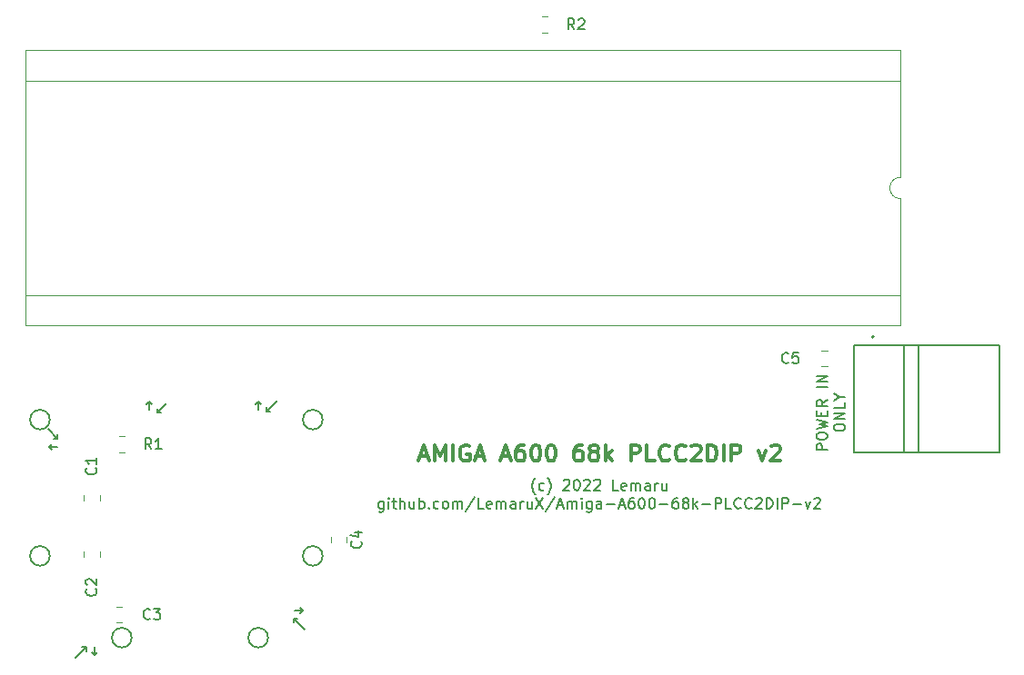
<source format=gto>
G04 #@! TF.GenerationSoftware,KiCad,Pcbnew,(5.1.12)-1*
G04 #@! TF.CreationDate,2022-03-01T21:27:41+00:00*
G04 #@! TF.ProjectId,A600_68k_PLCC_to_DIP64_v2,41363030-5f36-4386-9b5f-504c43435f74,B*
G04 #@! TF.SameCoordinates,Original*
G04 #@! TF.FileFunction,Legend,Top*
G04 #@! TF.FilePolarity,Positive*
%FSLAX46Y46*%
G04 Gerber Fmt 4.6, Leading zero omitted, Abs format (unit mm)*
G04 Created by KiCad (PCBNEW (5.1.12)-1) date 2022-03-01 21:27:41*
%MOMM*%
%LPD*%
G01*
G04 APERTURE LIST*
%ADD10C,0.150000*%
%ADD11C,0.300000*%
%ADD12C,0.200000*%
%ADD13C,0.120000*%
%ADD14C,0.127000*%
%ADD15C,1.422400*%
%ADD16R,1.422400X1.422400*%
%ADD17C,0.700000*%
%ADD18C,4.000000*%
%ADD19C,1.408000*%
%ADD20R,1.408000X1.408000*%
G04 APERTURE END LIST*
D10*
X190127380Y-117117380D02*
X189127380Y-117117380D01*
X189127380Y-116736428D01*
X189175000Y-116641190D01*
X189222619Y-116593571D01*
X189317857Y-116545952D01*
X189460714Y-116545952D01*
X189555952Y-116593571D01*
X189603571Y-116641190D01*
X189651190Y-116736428D01*
X189651190Y-117117380D01*
X189127380Y-115926904D02*
X189127380Y-115736428D01*
X189175000Y-115641190D01*
X189270238Y-115545952D01*
X189460714Y-115498333D01*
X189794047Y-115498333D01*
X189984523Y-115545952D01*
X190079761Y-115641190D01*
X190127380Y-115736428D01*
X190127380Y-115926904D01*
X190079761Y-116022142D01*
X189984523Y-116117380D01*
X189794047Y-116165000D01*
X189460714Y-116165000D01*
X189270238Y-116117380D01*
X189175000Y-116022142D01*
X189127380Y-115926904D01*
X189127380Y-115165000D02*
X190127380Y-114926904D01*
X189413095Y-114736428D01*
X190127380Y-114545952D01*
X189127380Y-114307857D01*
X189603571Y-113926904D02*
X189603571Y-113593571D01*
X190127380Y-113450714D02*
X190127380Y-113926904D01*
X189127380Y-113926904D01*
X189127380Y-113450714D01*
X190127380Y-112450714D02*
X189651190Y-112784047D01*
X190127380Y-113022142D02*
X189127380Y-113022142D01*
X189127380Y-112641190D01*
X189175000Y-112545952D01*
X189222619Y-112498333D01*
X189317857Y-112450714D01*
X189460714Y-112450714D01*
X189555952Y-112498333D01*
X189603571Y-112545952D01*
X189651190Y-112641190D01*
X189651190Y-113022142D01*
X190127380Y-111260238D02*
X189127380Y-111260238D01*
X190127380Y-110784047D02*
X189127380Y-110784047D01*
X190127380Y-110212619D01*
X189127380Y-110212619D01*
X190777380Y-115117380D02*
X190777380Y-114926904D01*
X190825000Y-114831666D01*
X190920238Y-114736428D01*
X191110714Y-114688809D01*
X191444047Y-114688809D01*
X191634523Y-114736428D01*
X191729761Y-114831666D01*
X191777380Y-114926904D01*
X191777380Y-115117380D01*
X191729761Y-115212619D01*
X191634523Y-115307857D01*
X191444047Y-115355476D01*
X191110714Y-115355476D01*
X190920238Y-115307857D01*
X190825000Y-115212619D01*
X190777380Y-115117380D01*
X191777380Y-114260238D02*
X190777380Y-114260238D01*
X191777380Y-113688809D01*
X190777380Y-113688809D01*
X191777380Y-112736428D02*
X191777380Y-113212619D01*
X190777380Y-113212619D01*
X191301190Y-112212619D02*
X191777380Y-112212619D01*
X190777380Y-112545952D02*
X191301190Y-112212619D01*
X190777380Y-111879285D01*
D11*
X152213185Y-117725000D02*
X152927471Y-117725000D01*
X152070328Y-118153571D02*
X152570328Y-116653571D01*
X153070328Y-118153571D01*
X153570328Y-118153571D02*
X153570328Y-116653571D01*
X154070328Y-117725000D01*
X154570328Y-116653571D01*
X154570328Y-118153571D01*
X155284614Y-118153571D02*
X155284614Y-116653571D01*
X156784614Y-116725000D02*
X156641757Y-116653571D01*
X156427471Y-116653571D01*
X156213185Y-116725000D01*
X156070328Y-116867857D01*
X155998900Y-117010714D01*
X155927471Y-117296428D01*
X155927471Y-117510714D01*
X155998900Y-117796428D01*
X156070328Y-117939285D01*
X156213185Y-118082142D01*
X156427471Y-118153571D01*
X156570328Y-118153571D01*
X156784614Y-118082142D01*
X156856042Y-118010714D01*
X156856042Y-117510714D01*
X156570328Y-117510714D01*
X157427471Y-117725000D02*
X158141757Y-117725000D01*
X157284614Y-118153571D02*
X157784614Y-116653571D01*
X158284614Y-118153571D01*
X159856042Y-117725000D02*
X160570328Y-117725000D01*
X159713185Y-118153571D02*
X160213185Y-116653571D01*
X160713185Y-118153571D01*
X161856042Y-116653571D02*
X161570328Y-116653571D01*
X161427471Y-116725000D01*
X161356042Y-116796428D01*
X161213185Y-117010714D01*
X161141757Y-117296428D01*
X161141757Y-117867857D01*
X161213185Y-118010714D01*
X161284614Y-118082142D01*
X161427471Y-118153571D01*
X161713185Y-118153571D01*
X161856042Y-118082142D01*
X161927471Y-118010714D01*
X161998900Y-117867857D01*
X161998900Y-117510714D01*
X161927471Y-117367857D01*
X161856042Y-117296428D01*
X161713185Y-117225000D01*
X161427471Y-117225000D01*
X161284614Y-117296428D01*
X161213185Y-117367857D01*
X161141757Y-117510714D01*
X162927471Y-116653571D02*
X163070328Y-116653571D01*
X163213185Y-116725000D01*
X163284614Y-116796428D01*
X163356042Y-116939285D01*
X163427471Y-117225000D01*
X163427471Y-117582142D01*
X163356042Y-117867857D01*
X163284614Y-118010714D01*
X163213185Y-118082142D01*
X163070328Y-118153571D01*
X162927471Y-118153571D01*
X162784614Y-118082142D01*
X162713185Y-118010714D01*
X162641757Y-117867857D01*
X162570328Y-117582142D01*
X162570328Y-117225000D01*
X162641757Y-116939285D01*
X162713185Y-116796428D01*
X162784614Y-116725000D01*
X162927471Y-116653571D01*
X164356042Y-116653571D02*
X164498900Y-116653571D01*
X164641757Y-116725000D01*
X164713185Y-116796428D01*
X164784614Y-116939285D01*
X164856042Y-117225000D01*
X164856042Y-117582142D01*
X164784614Y-117867857D01*
X164713185Y-118010714D01*
X164641757Y-118082142D01*
X164498900Y-118153571D01*
X164356042Y-118153571D01*
X164213185Y-118082142D01*
X164141757Y-118010714D01*
X164070328Y-117867857D01*
X163998900Y-117582142D01*
X163998900Y-117225000D01*
X164070328Y-116939285D01*
X164141757Y-116796428D01*
X164213185Y-116725000D01*
X164356042Y-116653571D01*
X167284614Y-116653571D02*
X166998900Y-116653571D01*
X166856042Y-116725000D01*
X166784614Y-116796428D01*
X166641757Y-117010714D01*
X166570328Y-117296428D01*
X166570328Y-117867857D01*
X166641757Y-118010714D01*
X166713185Y-118082142D01*
X166856042Y-118153571D01*
X167141757Y-118153571D01*
X167284614Y-118082142D01*
X167356042Y-118010714D01*
X167427471Y-117867857D01*
X167427471Y-117510714D01*
X167356042Y-117367857D01*
X167284614Y-117296428D01*
X167141757Y-117225000D01*
X166856042Y-117225000D01*
X166713185Y-117296428D01*
X166641757Y-117367857D01*
X166570328Y-117510714D01*
X168284614Y-117296428D02*
X168141757Y-117225000D01*
X168070328Y-117153571D01*
X167998900Y-117010714D01*
X167998900Y-116939285D01*
X168070328Y-116796428D01*
X168141757Y-116725000D01*
X168284614Y-116653571D01*
X168570328Y-116653571D01*
X168713185Y-116725000D01*
X168784614Y-116796428D01*
X168856042Y-116939285D01*
X168856042Y-117010714D01*
X168784614Y-117153571D01*
X168713185Y-117225000D01*
X168570328Y-117296428D01*
X168284614Y-117296428D01*
X168141757Y-117367857D01*
X168070328Y-117439285D01*
X167998900Y-117582142D01*
X167998900Y-117867857D01*
X168070328Y-118010714D01*
X168141757Y-118082142D01*
X168284614Y-118153571D01*
X168570328Y-118153571D01*
X168713185Y-118082142D01*
X168784614Y-118010714D01*
X168856042Y-117867857D01*
X168856042Y-117582142D01*
X168784614Y-117439285D01*
X168713185Y-117367857D01*
X168570328Y-117296428D01*
X169498900Y-118153571D02*
X169498900Y-116653571D01*
X169641757Y-117582142D02*
X170070328Y-118153571D01*
X170070328Y-117153571D02*
X169498900Y-117725000D01*
X171856042Y-118153571D02*
X171856042Y-116653571D01*
X172427471Y-116653571D01*
X172570328Y-116725000D01*
X172641757Y-116796428D01*
X172713185Y-116939285D01*
X172713185Y-117153571D01*
X172641757Y-117296428D01*
X172570328Y-117367857D01*
X172427471Y-117439285D01*
X171856042Y-117439285D01*
X174070328Y-118153571D02*
X173356042Y-118153571D01*
X173356042Y-116653571D01*
X175427471Y-118010714D02*
X175356042Y-118082142D01*
X175141757Y-118153571D01*
X174998900Y-118153571D01*
X174784614Y-118082142D01*
X174641757Y-117939285D01*
X174570328Y-117796428D01*
X174498900Y-117510714D01*
X174498900Y-117296428D01*
X174570328Y-117010714D01*
X174641757Y-116867857D01*
X174784614Y-116725000D01*
X174998900Y-116653571D01*
X175141757Y-116653571D01*
X175356042Y-116725000D01*
X175427471Y-116796428D01*
X176927471Y-118010714D02*
X176856042Y-118082142D01*
X176641757Y-118153571D01*
X176498900Y-118153571D01*
X176284614Y-118082142D01*
X176141757Y-117939285D01*
X176070328Y-117796428D01*
X175998900Y-117510714D01*
X175998900Y-117296428D01*
X176070328Y-117010714D01*
X176141757Y-116867857D01*
X176284614Y-116725000D01*
X176498900Y-116653571D01*
X176641757Y-116653571D01*
X176856042Y-116725000D01*
X176927471Y-116796428D01*
X177498900Y-116796428D02*
X177570328Y-116725000D01*
X177713185Y-116653571D01*
X178070328Y-116653571D01*
X178213185Y-116725000D01*
X178284614Y-116796428D01*
X178356042Y-116939285D01*
X178356042Y-117082142D01*
X178284614Y-117296428D01*
X177427471Y-118153571D01*
X178356042Y-118153571D01*
X178998900Y-118153571D02*
X178998900Y-116653571D01*
X179356042Y-116653571D01*
X179570328Y-116725000D01*
X179713185Y-116867857D01*
X179784614Y-117010714D01*
X179856042Y-117296428D01*
X179856042Y-117510714D01*
X179784614Y-117796428D01*
X179713185Y-117939285D01*
X179570328Y-118082142D01*
X179356042Y-118153571D01*
X178998900Y-118153571D01*
X180498900Y-118153571D02*
X180498900Y-116653571D01*
X181213185Y-118153571D02*
X181213185Y-116653571D01*
X181784614Y-116653571D01*
X181927471Y-116725000D01*
X181998900Y-116796428D01*
X182070328Y-116939285D01*
X182070328Y-117153571D01*
X181998900Y-117296428D01*
X181927471Y-117367857D01*
X181784614Y-117439285D01*
X181213185Y-117439285D01*
X183713185Y-117153571D02*
X184070328Y-118153571D01*
X184427471Y-117153571D01*
X184927471Y-116796428D02*
X184998900Y-116725000D01*
X185141757Y-116653571D01*
X185498900Y-116653571D01*
X185641757Y-116725000D01*
X185713185Y-116796428D01*
X185784614Y-116939285D01*
X185784614Y-117082142D01*
X185713185Y-117296428D01*
X184856042Y-118153571D01*
X185784614Y-118153571D01*
D12*
X162957619Y-121268333D02*
X162910000Y-121220714D01*
X162814761Y-121077857D01*
X162767142Y-120982619D01*
X162719523Y-120839761D01*
X162671904Y-120601666D01*
X162671904Y-120411190D01*
X162719523Y-120173095D01*
X162767142Y-120030238D01*
X162814761Y-119935000D01*
X162910000Y-119792142D01*
X162957619Y-119744523D01*
X163767142Y-120839761D02*
X163671904Y-120887380D01*
X163481428Y-120887380D01*
X163386190Y-120839761D01*
X163338571Y-120792142D01*
X163290952Y-120696904D01*
X163290952Y-120411190D01*
X163338571Y-120315952D01*
X163386190Y-120268333D01*
X163481428Y-120220714D01*
X163671904Y-120220714D01*
X163767142Y-120268333D01*
X164100476Y-121268333D02*
X164148095Y-121220714D01*
X164243333Y-121077857D01*
X164290952Y-120982619D01*
X164338571Y-120839761D01*
X164386190Y-120601666D01*
X164386190Y-120411190D01*
X164338571Y-120173095D01*
X164290952Y-120030238D01*
X164243333Y-119935000D01*
X164148095Y-119792142D01*
X164100476Y-119744523D01*
X165576666Y-119982619D02*
X165624285Y-119935000D01*
X165719523Y-119887380D01*
X165957619Y-119887380D01*
X166052857Y-119935000D01*
X166100476Y-119982619D01*
X166148095Y-120077857D01*
X166148095Y-120173095D01*
X166100476Y-120315952D01*
X165529047Y-120887380D01*
X166148095Y-120887380D01*
X166767142Y-119887380D02*
X166862380Y-119887380D01*
X166957619Y-119935000D01*
X167005238Y-119982619D01*
X167052857Y-120077857D01*
X167100476Y-120268333D01*
X167100476Y-120506428D01*
X167052857Y-120696904D01*
X167005238Y-120792142D01*
X166957619Y-120839761D01*
X166862380Y-120887380D01*
X166767142Y-120887380D01*
X166671904Y-120839761D01*
X166624285Y-120792142D01*
X166576666Y-120696904D01*
X166529047Y-120506428D01*
X166529047Y-120268333D01*
X166576666Y-120077857D01*
X166624285Y-119982619D01*
X166671904Y-119935000D01*
X166767142Y-119887380D01*
X167481428Y-119982619D02*
X167529047Y-119935000D01*
X167624285Y-119887380D01*
X167862380Y-119887380D01*
X167957619Y-119935000D01*
X168005238Y-119982619D01*
X168052857Y-120077857D01*
X168052857Y-120173095D01*
X168005238Y-120315952D01*
X167433809Y-120887380D01*
X168052857Y-120887380D01*
X168433809Y-119982619D02*
X168481428Y-119935000D01*
X168576666Y-119887380D01*
X168814761Y-119887380D01*
X168910000Y-119935000D01*
X168957619Y-119982619D01*
X169005238Y-120077857D01*
X169005238Y-120173095D01*
X168957619Y-120315952D01*
X168386190Y-120887380D01*
X169005238Y-120887380D01*
X170671904Y-120887380D02*
X170195714Y-120887380D01*
X170195714Y-119887380D01*
X171386190Y-120839761D02*
X171290952Y-120887380D01*
X171100476Y-120887380D01*
X171005238Y-120839761D01*
X170957619Y-120744523D01*
X170957619Y-120363571D01*
X171005238Y-120268333D01*
X171100476Y-120220714D01*
X171290952Y-120220714D01*
X171386190Y-120268333D01*
X171433809Y-120363571D01*
X171433809Y-120458809D01*
X170957619Y-120554047D01*
X171862380Y-120887380D02*
X171862380Y-120220714D01*
X171862380Y-120315952D02*
X171910000Y-120268333D01*
X172005238Y-120220714D01*
X172148095Y-120220714D01*
X172243333Y-120268333D01*
X172290952Y-120363571D01*
X172290952Y-120887380D01*
X172290952Y-120363571D02*
X172338571Y-120268333D01*
X172433809Y-120220714D01*
X172576666Y-120220714D01*
X172671904Y-120268333D01*
X172719523Y-120363571D01*
X172719523Y-120887380D01*
X173624285Y-120887380D02*
X173624285Y-120363571D01*
X173576666Y-120268333D01*
X173481428Y-120220714D01*
X173290952Y-120220714D01*
X173195714Y-120268333D01*
X173624285Y-120839761D02*
X173529047Y-120887380D01*
X173290952Y-120887380D01*
X173195714Y-120839761D01*
X173148095Y-120744523D01*
X173148095Y-120649285D01*
X173195714Y-120554047D01*
X173290952Y-120506428D01*
X173529047Y-120506428D01*
X173624285Y-120458809D01*
X174100476Y-120887380D02*
X174100476Y-120220714D01*
X174100476Y-120411190D02*
X174148095Y-120315952D01*
X174195714Y-120268333D01*
X174290952Y-120220714D01*
X174386190Y-120220714D01*
X175148095Y-120220714D02*
X175148095Y-120887380D01*
X174719523Y-120220714D02*
X174719523Y-120744523D01*
X174767142Y-120839761D01*
X174862380Y-120887380D01*
X175005238Y-120887380D01*
X175100476Y-120839761D01*
X175148095Y-120792142D01*
X148814761Y-121920714D02*
X148814761Y-122730238D01*
X148767142Y-122825476D01*
X148719523Y-122873095D01*
X148624285Y-122920714D01*
X148481428Y-122920714D01*
X148386190Y-122873095D01*
X148814761Y-122539761D02*
X148719523Y-122587380D01*
X148529047Y-122587380D01*
X148433809Y-122539761D01*
X148386190Y-122492142D01*
X148338571Y-122396904D01*
X148338571Y-122111190D01*
X148386190Y-122015952D01*
X148433809Y-121968333D01*
X148529047Y-121920714D01*
X148719523Y-121920714D01*
X148814761Y-121968333D01*
X149290952Y-122587380D02*
X149290952Y-121920714D01*
X149290952Y-121587380D02*
X149243333Y-121635000D01*
X149290952Y-121682619D01*
X149338571Y-121635000D01*
X149290952Y-121587380D01*
X149290952Y-121682619D01*
X149624285Y-121920714D02*
X150005238Y-121920714D01*
X149767142Y-121587380D02*
X149767142Y-122444523D01*
X149814761Y-122539761D01*
X149910000Y-122587380D01*
X150005238Y-122587380D01*
X150338571Y-122587380D02*
X150338571Y-121587380D01*
X150767142Y-122587380D02*
X150767142Y-122063571D01*
X150719523Y-121968333D01*
X150624285Y-121920714D01*
X150481428Y-121920714D01*
X150386190Y-121968333D01*
X150338571Y-122015952D01*
X151671904Y-121920714D02*
X151671904Y-122587380D01*
X151243333Y-121920714D02*
X151243333Y-122444523D01*
X151290952Y-122539761D01*
X151386190Y-122587380D01*
X151529047Y-122587380D01*
X151624285Y-122539761D01*
X151671904Y-122492142D01*
X152148095Y-122587380D02*
X152148095Y-121587380D01*
X152148095Y-121968333D02*
X152243333Y-121920714D01*
X152433809Y-121920714D01*
X152529047Y-121968333D01*
X152576666Y-122015952D01*
X152624285Y-122111190D01*
X152624285Y-122396904D01*
X152576666Y-122492142D01*
X152529047Y-122539761D01*
X152433809Y-122587380D01*
X152243333Y-122587380D01*
X152148095Y-122539761D01*
X153052857Y-122492142D02*
X153100476Y-122539761D01*
X153052857Y-122587380D01*
X153005238Y-122539761D01*
X153052857Y-122492142D01*
X153052857Y-122587380D01*
X153957619Y-122539761D02*
X153862380Y-122587380D01*
X153671904Y-122587380D01*
X153576666Y-122539761D01*
X153529047Y-122492142D01*
X153481428Y-122396904D01*
X153481428Y-122111190D01*
X153529047Y-122015952D01*
X153576666Y-121968333D01*
X153671904Y-121920714D01*
X153862380Y-121920714D01*
X153957619Y-121968333D01*
X154529047Y-122587380D02*
X154433809Y-122539761D01*
X154386190Y-122492142D01*
X154338571Y-122396904D01*
X154338571Y-122111190D01*
X154386190Y-122015952D01*
X154433809Y-121968333D01*
X154529047Y-121920714D01*
X154671904Y-121920714D01*
X154767142Y-121968333D01*
X154814761Y-122015952D01*
X154862380Y-122111190D01*
X154862380Y-122396904D01*
X154814761Y-122492142D01*
X154767142Y-122539761D01*
X154671904Y-122587380D01*
X154529047Y-122587380D01*
X155290952Y-122587380D02*
X155290952Y-121920714D01*
X155290952Y-122015952D02*
X155338571Y-121968333D01*
X155433809Y-121920714D01*
X155576666Y-121920714D01*
X155671904Y-121968333D01*
X155719523Y-122063571D01*
X155719523Y-122587380D01*
X155719523Y-122063571D02*
X155767142Y-121968333D01*
X155862380Y-121920714D01*
X156005238Y-121920714D01*
X156100476Y-121968333D01*
X156148095Y-122063571D01*
X156148095Y-122587380D01*
X157338571Y-121539761D02*
X156481428Y-122825476D01*
X158148095Y-122587380D02*
X157671904Y-122587380D01*
X157671904Y-121587380D01*
X158862380Y-122539761D02*
X158767142Y-122587380D01*
X158576666Y-122587380D01*
X158481428Y-122539761D01*
X158433809Y-122444523D01*
X158433809Y-122063571D01*
X158481428Y-121968333D01*
X158576666Y-121920714D01*
X158767142Y-121920714D01*
X158862380Y-121968333D01*
X158910000Y-122063571D01*
X158910000Y-122158809D01*
X158433809Y-122254047D01*
X159338571Y-122587380D02*
X159338571Y-121920714D01*
X159338571Y-122015952D02*
X159386190Y-121968333D01*
X159481428Y-121920714D01*
X159624285Y-121920714D01*
X159719523Y-121968333D01*
X159767142Y-122063571D01*
X159767142Y-122587380D01*
X159767142Y-122063571D02*
X159814761Y-121968333D01*
X159910000Y-121920714D01*
X160052857Y-121920714D01*
X160148095Y-121968333D01*
X160195714Y-122063571D01*
X160195714Y-122587380D01*
X161100476Y-122587380D02*
X161100476Y-122063571D01*
X161052857Y-121968333D01*
X160957619Y-121920714D01*
X160767142Y-121920714D01*
X160671904Y-121968333D01*
X161100476Y-122539761D02*
X161005238Y-122587380D01*
X160767142Y-122587380D01*
X160671904Y-122539761D01*
X160624285Y-122444523D01*
X160624285Y-122349285D01*
X160671904Y-122254047D01*
X160767142Y-122206428D01*
X161005238Y-122206428D01*
X161100476Y-122158809D01*
X161576666Y-122587380D02*
X161576666Y-121920714D01*
X161576666Y-122111190D02*
X161624285Y-122015952D01*
X161671904Y-121968333D01*
X161767142Y-121920714D01*
X161862380Y-121920714D01*
X162624285Y-121920714D02*
X162624285Y-122587380D01*
X162195714Y-121920714D02*
X162195714Y-122444523D01*
X162243333Y-122539761D01*
X162338571Y-122587380D01*
X162481428Y-122587380D01*
X162576666Y-122539761D01*
X162624285Y-122492142D01*
X163005238Y-121587380D02*
X163671904Y-122587380D01*
X163671904Y-121587380D02*
X163005238Y-122587380D01*
X164767142Y-121539761D02*
X163910000Y-122825476D01*
X165052857Y-122301666D02*
X165529047Y-122301666D01*
X164957619Y-122587380D02*
X165290952Y-121587380D01*
X165624285Y-122587380D01*
X165957619Y-122587380D02*
X165957619Y-121920714D01*
X165957619Y-122015952D02*
X166005238Y-121968333D01*
X166100476Y-121920714D01*
X166243333Y-121920714D01*
X166338571Y-121968333D01*
X166386190Y-122063571D01*
X166386190Y-122587380D01*
X166386190Y-122063571D02*
X166433809Y-121968333D01*
X166529047Y-121920714D01*
X166671904Y-121920714D01*
X166767142Y-121968333D01*
X166814761Y-122063571D01*
X166814761Y-122587380D01*
X167290952Y-122587380D02*
X167290952Y-121920714D01*
X167290952Y-121587380D02*
X167243333Y-121635000D01*
X167290952Y-121682619D01*
X167338571Y-121635000D01*
X167290952Y-121587380D01*
X167290952Y-121682619D01*
X168195714Y-121920714D02*
X168195714Y-122730238D01*
X168148095Y-122825476D01*
X168100476Y-122873095D01*
X168005238Y-122920714D01*
X167862380Y-122920714D01*
X167767142Y-122873095D01*
X168195714Y-122539761D02*
X168100476Y-122587380D01*
X167910000Y-122587380D01*
X167814761Y-122539761D01*
X167767142Y-122492142D01*
X167719523Y-122396904D01*
X167719523Y-122111190D01*
X167767142Y-122015952D01*
X167814761Y-121968333D01*
X167910000Y-121920714D01*
X168100476Y-121920714D01*
X168195714Y-121968333D01*
X169100476Y-122587380D02*
X169100476Y-122063571D01*
X169052857Y-121968333D01*
X168957619Y-121920714D01*
X168767142Y-121920714D01*
X168671904Y-121968333D01*
X169100476Y-122539761D02*
X169005238Y-122587380D01*
X168767142Y-122587380D01*
X168671904Y-122539761D01*
X168624285Y-122444523D01*
X168624285Y-122349285D01*
X168671904Y-122254047D01*
X168767142Y-122206428D01*
X169005238Y-122206428D01*
X169100476Y-122158809D01*
X169576666Y-122206428D02*
X170338571Y-122206428D01*
X170767142Y-122301666D02*
X171243333Y-122301666D01*
X170671904Y-122587380D02*
X171005238Y-121587380D01*
X171338571Y-122587380D01*
X172100476Y-121587380D02*
X171910000Y-121587380D01*
X171814761Y-121635000D01*
X171767142Y-121682619D01*
X171671904Y-121825476D01*
X171624285Y-122015952D01*
X171624285Y-122396904D01*
X171671904Y-122492142D01*
X171719523Y-122539761D01*
X171814761Y-122587380D01*
X172005238Y-122587380D01*
X172100476Y-122539761D01*
X172148095Y-122492142D01*
X172195714Y-122396904D01*
X172195714Y-122158809D01*
X172148095Y-122063571D01*
X172100476Y-122015952D01*
X172005238Y-121968333D01*
X171814761Y-121968333D01*
X171719523Y-122015952D01*
X171671904Y-122063571D01*
X171624285Y-122158809D01*
X172814761Y-121587380D02*
X172910000Y-121587380D01*
X173005238Y-121635000D01*
X173052857Y-121682619D01*
X173100476Y-121777857D01*
X173148095Y-121968333D01*
X173148095Y-122206428D01*
X173100476Y-122396904D01*
X173052857Y-122492142D01*
X173005238Y-122539761D01*
X172910000Y-122587380D01*
X172814761Y-122587380D01*
X172719523Y-122539761D01*
X172671904Y-122492142D01*
X172624285Y-122396904D01*
X172576666Y-122206428D01*
X172576666Y-121968333D01*
X172624285Y-121777857D01*
X172671904Y-121682619D01*
X172719523Y-121635000D01*
X172814761Y-121587380D01*
X173767142Y-121587380D02*
X173862380Y-121587380D01*
X173957619Y-121635000D01*
X174005238Y-121682619D01*
X174052857Y-121777857D01*
X174100476Y-121968333D01*
X174100476Y-122206428D01*
X174052857Y-122396904D01*
X174005238Y-122492142D01*
X173957619Y-122539761D01*
X173862380Y-122587380D01*
X173767142Y-122587380D01*
X173671904Y-122539761D01*
X173624285Y-122492142D01*
X173576666Y-122396904D01*
X173529047Y-122206428D01*
X173529047Y-121968333D01*
X173576666Y-121777857D01*
X173624285Y-121682619D01*
X173671904Y-121635000D01*
X173767142Y-121587380D01*
X174529047Y-122206428D02*
X175290952Y-122206428D01*
X176195714Y-121587380D02*
X176005238Y-121587380D01*
X175910000Y-121635000D01*
X175862380Y-121682619D01*
X175767142Y-121825476D01*
X175719523Y-122015952D01*
X175719523Y-122396904D01*
X175767142Y-122492142D01*
X175814761Y-122539761D01*
X175910000Y-122587380D01*
X176100476Y-122587380D01*
X176195714Y-122539761D01*
X176243333Y-122492142D01*
X176290952Y-122396904D01*
X176290952Y-122158809D01*
X176243333Y-122063571D01*
X176195714Y-122015952D01*
X176100476Y-121968333D01*
X175910000Y-121968333D01*
X175814761Y-122015952D01*
X175767142Y-122063571D01*
X175719523Y-122158809D01*
X176862380Y-122015952D02*
X176767142Y-121968333D01*
X176719523Y-121920714D01*
X176671904Y-121825476D01*
X176671904Y-121777857D01*
X176719523Y-121682619D01*
X176767142Y-121635000D01*
X176862380Y-121587380D01*
X177052857Y-121587380D01*
X177148095Y-121635000D01*
X177195714Y-121682619D01*
X177243333Y-121777857D01*
X177243333Y-121825476D01*
X177195714Y-121920714D01*
X177148095Y-121968333D01*
X177052857Y-122015952D01*
X176862380Y-122015952D01*
X176767142Y-122063571D01*
X176719523Y-122111190D01*
X176671904Y-122206428D01*
X176671904Y-122396904D01*
X176719523Y-122492142D01*
X176767142Y-122539761D01*
X176862380Y-122587380D01*
X177052857Y-122587380D01*
X177148095Y-122539761D01*
X177195714Y-122492142D01*
X177243333Y-122396904D01*
X177243333Y-122206428D01*
X177195714Y-122111190D01*
X177148095Y-122063571D01*
X177052857Y-122015952D01*
X177671904Y-122587380D02*
X177671904Y-121587380D01*
X177767142Y-122206428D02*
X178052857Y-122587380D01*
X178052857Y-121920714D02*
X177671904Y-122301666D01*
X178481428Y-122206428D02*
X179243333Y-122206428D01*
X179719523Y-122587380D02*
X179719523Y-121587380D01*
X180100476Y-121587380D01*
X180195714Y-121635000D01*
X180243333Y-121682619D01*
X180290952Y-121777857D01*
X180290952Y-121920714D01*
X180243333Y-122015952D01*
X180195714Y-122063571D01*
X180100476Y-122111190D01*
X179719523Y-122111190D01*
X181195714Y-122587380D02*
X180719523Y-122587380D01*
X180719523Y-121587380D01*
X182100476Y-122492142D02*
X182052857Y-122539761D01*
X181910000Y-122587380D01*
X181814761Y-122587380D01*
X181671904Y-122539761D01*
X181576666Y-122444523D01*
X181529047Y-122349285D01*
X181481428Y-122158809D01*
X181481428Y-122015952D01*
X181529047Y-121825476D01*
X181576666Y-121730238D01*
X181671904Y-121635000D01*
X181814761Y-121587380D01*
X181910000Y-121587380D01*
X182052857Y-121635000D01*
X182100476Y-121682619D01*
X183100476Y-122492142D02*
X183052857Y-122539761D01*
X182910000Y-122587380D01*
X182814761Y-122587380D01*
X182671904Y-122539761D01*
X182576666Y-122444523D01*
X182529047Y-122349285D01*
X182481428Y-122158809D01*
X182481428Y-122015952D01*
X182529047Y-121825476D01*
X182576666Y-121730238D01*
X182671904Y-121635000D01*
X182814761Y-121587380D01*
X182910000Y-121587380D01*
X183052857Y-121635000D01*
X183100476Y-121682619D01*
X183481428Y-121682619D02*
X183529047Y-121635000D01*
X183624285Y-121587380D01*
X183862380Y-121587380D01*
X183957619Y-121635000D01*
X184005238Y-121682619D01*
X184052857Y-121777857D01*
X184052857Y-121873095D01*
X184005238Y-122015952D01*
X183433809Y-122587380D01*
X184052857Y-122587380D01*
X184481428Y-122587380D02*
X184481428Y-121587380D01*
X184719523Y-121587380D01*
X184862380Y-121635000D01*
X184957619Y-121730238D01*
X185005238Y-121825476D01*
X185052857Y-122015952D01*
X185052857Y-122158809D01*
X185005238Y-122349285D01*
X184957619Y-122444523D01*
X184862380Y-122539761D01*
X184719523Y-122587380D01*
X184481428Y-122587380D01*
X185481428Y-122587380D02*
X185481428Y-121587380D01*
X185957619Y-122587380D02*
X185957619Y-121587380D01*
X186338571Y-121587380D01*
X186433809Y-121635000D01*
X186481428Y-121682619D01*
X186529047Y-121777857D01*
X186529047Y-121920714D01*
X186481428Y-122015952D01*
X186433809Y-122063571D01*
X186338571Y-122111190D01*
X185957619Y-122111190D01*
X186957619Y-122206428D02*
X187719523Y-122206428D01*
X188100476Y-121920714D02*
X188338571Y-122587380D01*
X188576666Y-121920714D01*
X188910000Y-121682619D02*
X188957619Y-121635000D01*
X189052857Y-121587380D01*
X189290952Y-121587380D01*
X189386190Y-121635000D01*
X189433809Y-121682619D01*
X189481428Y-121777857D01*
X189481428Y-121873095D01*
X189433809Y-122015952D01*
X188862380Y-122587380D01*
X189481428Y-122587380D01*
D10*
X143155810Y-114300000D02*
G75*
G03*
X143155810Y-114300000I-915810J0D01*
G01*
X143155810Y-127000000D02*
G75*
G03*
X143155810Y-127000000I-915810J0D01*
G01*
X138075810Y-134620000D02*
G75*
G03*
X138075810Y-134620000I-915810J0D01*
G01*
X125375810Y-134620000D02*
G75*
G03*
X125375810Y-134620000I-915810J0D01*
G01*
X117755810Y-127000000D02*
G75*
G03*
X117755810Y-127000000I-915810J0D01*
G01*
X117755810Y-114300000D02*
G75*
G03*
X117755810Y-114300000I-915810J0D01*
G01*
X121920000Y-135509000D02*
X121920000Y-136144000D01*
X121920000Y-136271000D02*
X121666000Y-136017000D01*
X122174000Y-136017000D02*
X121920000Y-136271000D01*
X128651000Y-112776000D02*
X127762000Y-113665000D01*
X127762000Y-113665000D02*
X127762000Y-113284000D01*
X128143000Y-113665000D02*
X127762000Y-113665000D01*
X127000000Y-113411000D02*
X127000000Y-112649000D01*
X127000000Y-112649000D02*
X126746000Y-112903000D01*
X127254000Y-112903000D02*
X127000000Y-112649000D01*
X117602000Y-115189000D02*
X118491000Y-116078000D01*
X118491000Y-116078000D02*
X118491000Y-115697000D01*
X118110000Y-116078000D02*
X118491000Y-116078000D01*
X118491000Y-116840000D02*
X117729000Y-116840000D01*
X117729000Y-116840000D02*
X117983000Y-117094000D01*
X117983000Y-116586000D02*
X117729000Y-116840000D01*
X120142000Y-136525000D02*
X121158000Y-135509000D01*
X121158000Y-135509000D02*
X120777000Y-135509000D01*
X121158000Y-135890000D02*
X121158000Y-135509000D01*
X141478000Y-133858000D02*
X140462000Y-132842000D01*
X140462000Y-132842000D02*
X140462000Y-133223000D01*
X140843000Y-132842000D02*
X140462000Y-132842000D01*
X137922000Y-113538000D02*
X137922000Y-113157000D01*
X138938000Y-112522000D02*
X137922000Y-113538000D01*
X138303000Y-113538000D02*
X137922000Y-113538000D01*
X140589000Y-132080000D02*
X141351000Y-132080000D01*
X141351000Y-132080000D02*
X141097000Y-131826000D01*
X141097000Y-132334000D02*
X141351000Y-132080000D01*
X137414000Y-112903000D02*
X137160000Y-112649000D01*
X137160000Y-113411000D02*
X137160000Y-112649000D01*
X137160000Y-112649000D02*
X136906000Y-112903000D01*
D13*
X196970000Y-91710000D02*
X196970000Y-79890000D01*
X196970000Y-82720000D02*
X115450000Y-82720000D01*
X115450000Y-82720000D02*
X115450000Y-102700000D01*
X115450000Y-102700000D02*
X196970000Y-102700000D01*
X196970000Y-105530000D02*
X196970000Y-93710000D01*
X196970000Y-79890000D02*
X115450000Y-79890000D01*
X115450000Y-79890000D02*
X115450000Y-105530000D01*
X115450000Y-105530000D02*
X196970000Y-105530000D01*
X196970000Y-93710000D02*
G75*
G02*
X196970000Y-91710000I0J1000000D01*
G01*
X122401000Y-121299248D02*
X122401000Y-121821752D01*
X120931000Y-121299248D02*
X120931000Y-121821752D01*
X122401000Y-126611748D02*
X122401000Y-127134252D01*
X120931000Y-126611748D02*
X120931000Y-127134252D01*
X123944748Y-131726000D02*
X124467252Y-131726000D01*
X123944748Y-133196000D02*
X124467252Y-133196000D01*
X145388000Y-125214748D02*
X145388000Y-125737252D01*
X143918000Y-125214748D02*
X143918000Y-125737252D01*
X124232936Y-115851000D02*
X124687064Y-115851000D01*
X124232936Y-117321000D02*
X124687064Y-117321000D01*
X163602936Y-76735000D02*
X164057064Y-76735000D01*
X163602936Y-78205000D02*
X164057064Y-78205000D01*
X190126252Y-109320000D02*
X189603748Y-109320000D01*
X190126252Y-107850000D02*
X189603748Y-107850000D01*
D14*
X192640000Y-107395000D02*
X192640000Y-117395000D01*
X192640000Y-117395000D02*
X197240000Y-117395000D01*
X197240000Y-117395000D02*
X198640000Y-117395000D01*
X198640000Y-117395000D02*
X206140000Y-117395000D01*
X206140000Y-117395000D02*
X206140000Y-107395000D01*
X206140000Y-107395000D02*
X198640000Y-107395000D01*
X198640000Y-107395000D02*
X197240000Y-107395000D01*
X197240000Y-107395000D02*
X192640000Y-107395000D01*
D12*
X194490000Y-106595000D02*
G75*
G03*
X194490000Y-106595000I-100000J0D01*
G01*
D14*
X198640000Y-107395000D02*
X198640000Y-117395000D01*
X197240000Y-107395000D02*
X197240000Y-117395000D01*
D10*
X122023142Y-118806166D02*
X122070761Y-118853785D01*
X122118380Y-118996642D01*
X122118380Y-119091880D01*
X122070761Y-119234738D01*
X121975523Y-119329976D01*
X121880285Y-119377595D01*
X121689809Y-119425214D01*
X121546952Y-119425214D01*
X121356476Y-119377595D01*
X121261238Y-119329976D01*
X121166000Y-119234738D01*
X121118380Y-119091880D01*
X121118380Y-118996642D01*
X121166000Y-118853785D01*
X121213619Y-118806166D01*
X122118380Y-117853785D02*
X122118380Y-118425214D01*
X122118380Y-118139500D02*
X121118380Y-118139500D01*
X121261238Y-118234738D01*
X121356476Y-118329976D01*
X121404095Y-118425214D01*
X122023142Y-130087666D02*
X122070761Y-130135285D01*
X122118380Y-130278142D01*
X122118380Y-130373380D01*
X122070761Y-130516238D01*
X121975523Y-130611476D01*
X121880285Y-130659095D01*
X121689809Y-130706714D01*
X121546952Y-130706714D01*
X121356476Y-130659095D01*
X121261238Y-130611476D01*
X121166000Y-130516238D01*
X121118380Y-130373380D01*
X121118380Y-130278142D01*
X121166000Y-130135285D01*
X121213619Y-130087666D01*
X121213619Y-129706714D02*
X121166000Y-129659095D01*
X121118380Y-129563857D01*
X121118380Y-129325761D01*
X121166000Y-129230523D01*
X121213619Y-129182904D01*
X121308857Y-129135285D01*
X121404095Y-129135285D01*
X121546952Y-129182904D01*
X122118380Y-129754333D01*
X122118380Y-129135285D01*
X127087333Y-132818142D02*
X127039714Y-132865761D01*
X126896857Y-132913380D01*
X126801619Y-132913380D01*
X126658761Y-132865761D01*
X126563523Y-132770523D01*
X126515904Y-132675285D01*
X126468285Y-132484809D01*
X126468285Y-132341952D01*
X126515904Y-132151476D01*
X126563523Y-132056238D01*
X126658761Y-131961000D01*
X126801619Y-131913380D01*
X126896857Y-131913380D01*
X127039714Y-131961000D01*
X127087333Y-132008619D01*
X127420666Y-131913380D02*
X128039714Y-131913380D01*
X127706380Y-132294333D01*
X127849238Y-132294333D01*
X127944476Y-132341952D01*
X127992095Y-132389571D01*
X128039714Y-132484809D01*
X128039714Y-132722904D01*
X127992095Y-132818142D01*
X127944476Y-132865761D01*
X127849238Y-132913380D01*
X127563523Y-132913380D01*
X127468285Y-132865761D01*
X127420666Y-132818142D01*
X146690142Y-125642666D02*
X146737761Y-125690285D01*
X146785380Y-125833142D01*
X146785380Y-125928380D01*
X146737761Y-126071238D01*
X146642523Y-126166476D01*
X146547285Y-126214095D01*
X146356809Y-126261714D01*
X146213952Y-126261714D01*
X146023476Y-126214095D01*
X145928238Y-126166476D01*
X145833000Y-126071238D01*
X145785380Y-125928380D01*
X145785380Y-125833142D01*
X145833000Y-125690285D01*
X145880619Y-125642666D01*
X146118714Y-124785523D02*
X146785380Y-124785523D01*
X145737761Y-125023619D02*
X146452047Y-125261714D01*
X146452047Y-124642666D01*
X127214333Y-117038380D02*
X126881000Y-116562190D01*
X126642904Y-117038380D02*
X126642904Y-116038380D01*
X127023857Y-116038380D01*
X127119095Y-116086000D01*
X127166714Y-116133619D01*
X127214333Y-116228857D01*
X127214333Y-116371714D01*
X127166714Y-116466952D01*
X127119095Y-116514571D01*
X127023857Y-116562190D01*
X126642904Y-116562190D01*
X128166714Y-117038380D02*
X127595285Y-117038380D01*
X127881000Y-117038380D02*
X127881000Y-116038380D01*
X127785761Y-116181238D01*
X127690523Y-116276476D01*
X127595285Y-116324095D01*
X166584333Y-77922380D02*
X166251000Y-77446190D01*
X166012904Y-77922380D02*
X166012904Y-76922380D01*
X166393857Y-76922380D01*
X166489095Y-76970000D01*
X166536714Y-77017619D01*
X166584333Y-77112857D01*
X166584333Y-77255714D01*
X166536714Y-77350952D01*
X166489095Y-77398571D01*
X166393857Y-77446190D01*
X166012904Y-77446190D01*
X166965285Y-77017619D02*
X167012904Y-76970000D01*
X167108142Y-76922380D01*
X167346238Y-76922380D01*
X167441476Y-76970000D01*
X167489095Y-77017619D01*
X167536714Y-77112857D01*
X167536714Y-77208095D01*
X167489095Y-77350952D01*
X166917666Y-77922380D01*
X167536714Y-77922380D01*
X186523333Y-108942142D02*
X186475714Y-108989761D01*
X186332857Y-109037380D01*
X186237619Y-109037380D01*
X186094761Y-108989761D01*
X185999523Y-108894523D01*
X185951904Y-108799285D01*
X185904285Y-108608809D01*
X185904285Y-108465952D01*
X185951904Y-108275476D01*
X185999523Y-108180238D01*
X186094761Y-108085000D01*
X186237619Y-108037380D01*
X186332857Y-108037380D01*
X186475714Y-108085000D01*
X186523333Y-108132619D01*
X187428095Y-108037380D02*
X186951904Y-108037380D01*
X186904285Y-108513571D01*
X186951904Y-108465952D01*
X187047142Y-108418333D01*
X187285238Y-108418333D01*
X187380476Y-108465952D01*
X187428095Y-108513571D01*
X187475714Y-108608809D01*
X187475714Y-108846904D01*
X187428095Y-108942142D01*
X187380476Y-108989761D01*
X187285238Y-109037380D01*
X187047142Y-109037380D01*
X186951904Y-108989761D01*
X186904285Y-108942142D01*
%LPC*%
D15*
X127000000Y-114300000D03*
X124460000Y-114300000D03*
X121920000Y-114300000D03*
X119380000Y-114300000D03*
X129540000Y-114300000D03*
X132080000Y-114300000D03*
X134620000Y-114300000D03*
X137160000Y-114300000D03*
D16*
X129540000Y-111760000D03*
D15*
X127000000Y-111760000D03*
X124460000Y-111760000D03*
X121920000Y-111760000D03*
X119380000Y-111760000D03*
X132080000Y-111760000D03*
X134620000Y-111760000D03*
X137160000Y-111760000D03*
X119380000Y-116840000D03*
X119380000Y-119380000D03*
X119380000Y-121920000D03*
X119380000Y-124460000D03*
X119380000Y-127000000D03*
X119380000Y-129540000D03*
X119380000Y-132080000D03*
X119380000Y-134620000D03*
X116840000Y-114300000D03*
X116840000Y-116840000D03*
X116840000Y-119380000D03*
X116840000Y-121920000D03*
X116840000Y-124460000D03*
X116840000Y-127000000D03*
X116840000Y-129540000D03*
X116840000Y-132080000D03*
X116840000Y-134620000D03*
X121920000Y-134620000D03*
X124460000Y-134620000D03*
X127000000Y-134620000D03*
X129540000Y-134620000D03*
X132080000Y-134620000D03*
X134620000Y-134620000D03*
X137160000Y-134620000D03*
X139700000Y-134620000D03*
X142240000Y-134620000D03*
X119380000Y-137160000D03*
X121920000Y-137160000D03*
X124460000Y-137160000D03*
X127000000Y-137160000D03*
X129540000Y-137160000D03*
X132080000Y-137160000D03*
X134620000Y-137160000D03*
X137160000Y-137160000D03*
X139700000Y-137160000D03*
X139700000Y-132080000D03*
X139700000Y-129540000D03*
X139700000Y-127000000D03*
X139700000Y-124460000D03*
X139700000Y-121920000D03*
X139700000Y-119380000D03*
X139700000Y-116840000D03*
X139700000Y-114300000D03*
X139700000Y-111760000D03*
X142240000Y-132080000D03*
X142240000Y-129540000D03*
X142240000Y-127000000D03*
X142240000Y-124460000D03*
X142240000Y-121920000D03*
X142240000Y-119380000D03*
X142240000Y-116840000D03*
X142240000Y-114300000D03*
X195580000Y-104140000D03*
X116840000Y-81280000D03*
X193040000Y-104140000D03*
X119380000Y-81280000D03*
X190500000Y-104140000D03*
X121920000Y-81280000D03*
X187960000Y-104140000D03*
X124460000Y-81280000D03*
X185420000Y-104140000D03*
X127000000Y-81280000D03*
X182880000Y-104140000D03*
X129540000Y-81280000D03*
X180340000Y-104140000D03*
X132080000Y-81280000D03*
X177800000Y-104140000D03*
X134620000Y-81280000D03*
X175260000Y-104140000D03*
X137160000Y-81280000D03*
X172720000Y-104140000D03*
X139700000Y-81280000D03*
X170180000Y-104140000D03*
X142240000Y-81280000D03*
X167640000Y-104140000D03*
X144780000Y-81280000D03*
X165100000Y-104140000D03*
X147320000Y-81280000D03*
X162560000Y-104140000D03*
X149860000Y-81280000D03*
X160020000Y-104140000D03*
X152400000Y-81280000D03*
X157480000Y-104140000D03*
X154940000Y-81280000D03*
X154940000Y-104140000D03*
X157480000Y-81280000D03*
X152400000Y-104140000D03*
X160020000Y-81280000D03*
X149860000Y-104140000D03*
X162560000Y-81280000D03*
X147320000Y-104140000D03*
X165100000Y-81280000D03*
X144780000Y-104140000D03*
X167640000Y-81280000D03*
X142240000Y-104140000D03*
X170180000Y-81280000D03*
X139700000Y-104140000D03*
X172720000Y-81280000D03*
X137160000Y-104140000D03*
X175260000Y-81280000D03*
X134620000Y-104140000D03*
X177800000Y-81280000D03*
X132080000Y-104140000D03*
X180340000Y-81280000D03*
X129540000Y-104140000D03*
X182880000Y-81280000D03*
X127000000Y-104140000D03*
X185420000Y-81280000D03*
X124460000Y-104140000D03*
X187960000Y-81280000D03*
X121920000Y-104140000D03*
X190500000Y-81280000D03*
X119380000Y-104140000D03*
X193040000Y-81280000D03*
X116840000Y-104140000D03*
D16*
X195580000Y-81280000D03*
D17*
X111941000Y-119669000D03*
X110880000Y-119230000D03*
X109819000Y-119669000D03*
X109380000Y-120730000D03*
X109819000Y-121791000D03*
X110880000Y-122230000D03*
X111941000Y-121791000D03*
X112380000Y-120730000D03*
D18*
X110880000Y-120730000D03*
D17*
X205441000Y-119669000D03*
X204380000Y-119230000D03*
X203319000Y-119669000D03*
X202880000Y-120730000D03*
X203319000Y-121791000D03*
X204380000Y-122230000D03*
X205441000Y-121791000D03*
X205880000Y-120730000D03*
D18*
X204380000Y-120730000D03*
G36*
G01*
X121191000Y-122010500D02*
X122141000Y-122010500D01*
G75*
G02*
X122391000Y-122260500I0J-250000D01*
G01*
X122391000Y-122935500D01*
G75*
G02*
X122141000Y-123185500I-250000J0D01*
G01*
X121191000Y-123185500D01*
G75*
G02*
X120941000Y-122935500I0J250000D01*
G01*
X120941000Y-122260500D01*
G75*
G02*
X121191000Y-122010500I250000J0D01*
G01*
G37*
G36*
G01*
X121191000Y-119935500D02*
X122141000Y-119935500D01*
G75*
G02*
X122391000Y-120185500I0J-250000D01*
G01*
X122391000Y-120860500D01*
G75*
G02*
X122141000Y-121110500I-250000J0D01*
G01*
X121191000Y-121110500D01*
G75*
G02*
X120941000Y-120860500I0J250000D01*
G01*
X120941000Y-120185500D01*
G75*
G02*
X121191000Y-119935500I250000J0D01*
G01*
G37*
G36*
G01*
X121191000Y-127323000D02*
X122141000Y-127323000D01*
G75*
G02*
X122391000Y-127573000I0J-250000D01*
G01*
X122391000Y-128248000D01*
G75*
G02*
X122141000Y-128498000I-250000J0D01*
G01*
X121191000Y-128498000D01*
G75*
G02*
X120941000Y-128248000I0J250000D01*
G01*
X120941000Y-127573000D01*
G75*
G02*
X121191000Y-127323000I250000J0D01*
G01*
G37*
G36*
G01*
X121191000Y-125248000D02*
X122141000Y-125248000D01*
G75*
G02*
X122391000Y-125498000I0J-250000D01*
G01*
X122391000Y-126173000D01*
G75*
G02*
X122141000Y-126423000I-250000J0D01*
G01*
X121191000Y-126423000D01*
G75*
G02*
X120941000Y-126173000I0J250000D01*
G01*
X120941000Y-125498000D01*
G75*
G02*
X121191000Y-125248000I250000J0D01*
G01*
G37*
G36*
G01*
X124656000Y-132936000D02*
X124656000Y-131986000D01*
G75*
G02*
X124906000Y-131736000I250000J0D01*
G01*
X125581000Y-131736000D01*
G75*
G02*
X125831000Y-131986000I0J-250000D01*
G01*
X125831000Y-132936000D01*
G75*
G02*
X125581000Y-133186000I-250000J0D01*
G01*
X124906000Y-133186000D01*
G75*
G02*
X124656000Y-132936000I0J250000D01*
G01*
G37*
G36*
G01*
X122581000Y-132936000D02*
X122581000Y-131986000D01*
G75*
G02*
X122831000Y-131736000I250000J0D01*
G01*
X123506000Y-131736000D01*
G75*
G02*
X123756000Y-131986000I0J-250000D01*
G01*
X123756000Y-132936000D01*
G75*
G02*
X123506000Y-133186000I-250000J0D01*
G01*
X122831000Y-133186000D01*
G75*
G02*
X122581000Y-132936000I0J250000D01*
G01*
G37*
G36*
G01*
X144178000Y-125926000D02*
X145128000Y-125926000D01*
G75*
G02*
X145378000Y-126176000I0J-250000D01*
G01*
X145378000Y-126851000D01*
G75*
G02*
X145128000Y-127101000I-250000J0D01*
G01*
X144178000Y-127101000D01*
G75*
G02*
X143928000Y-126851000I0J250000D01*
G01*
X143928000Y-126176000D01*
G75*
G02*
X144178000Y-125926000I250000J0D01*
G01*
G37*
G36*
G01*
X144178000Y-123851000D02*
X145128000Y-123851000D01*
G75*
G02*
X145378000Y-124101000I0J-250000D01*
G01*
X145378000Y-124776000D01*
G75*
G02*
X145128000Y-125026000I-250000J0D01*
G01*
X144178000Y-125026000D01*
G75*
G02*
X143928000Y-124776000I0J250000D01*
G01*
X143928000Y-124101000D01*
G75*
G02*
X144178000Y-123851000I250000J0D01*
G01*
G37*
G36*
G01*
X124860000Y-117036001D02*
X124860000Y-116135999D01*
G75*
G02*
X125109999Y-115886000I249999J0D01*
G01*
X125810001Y-115886000D01*
G75*
G02*
X126060000Y-116135999I0J-249999D01*
G01*
X126060000Y-117036001D01*
G75*
G02*
X125810001Y-117286000I-249999J0D01*
G01*
X125109999Y-117286000D01*
G75*
G02*
X124860000Y-117036001I0J249999D01*
G01*
G37*
G36*
G01*
X122860000Y-117036001D02*
X122860000Y-116135999D01*
G75*
G02*
X123109999Y-115886000I249999J0D01*
G01*
X123810001Y-115886000D01*
G75*
G02*
X124060000Y-116135999I0J-249999D01*
G01*
X124060000Y-117036001D01*
G75*
G02*
X123810001Y-117286000I-249999J0D01*
G01*
X123109999Y-117286000D01*
G75*
G02*
X122860000Y-117036001I0J249999D01*
G01*
G37*
G36*
G01*
X164230000Y-77920001D02*
X164230000Y-77019999D01*
G75*
G02*
X164479999Y-76770000I249999J0D01*
G01*
X165180001Y-76770000D01*
G75*
G02*
X165430000Y-77019999I0J-249999D01*
G01*
X165430000Y-77920001D01*
G75*
G02*
X165180001Y-78170000I-249999J0D01*
G01*
X164479999Y-78170000D01*
G75*
G02*
X164230000Y-77920001I0J249999D01*
G01*
G37*
G36*
G01*
X162230000Y-77920001D02*
X162230000Y-77019999D01*
G75*
G02*
X162479999Y-76770000I249999J0D01*
G01*
X163180001Y-76770000D01*
G75*
G02*
X163430000Y-77019999I0J-249999D01*
G01*
X163430000Y-77920001D01*
G75*
G02*
X163180001Y-78170000I-249999J0D01*
G01*
X162479999Y-78170000D01*
G75*
G02*
X162230000Y-77920001I0J249999D01*
G01*
G37*
G36*
G01*
X191490000Y-108170275D02*
X191490000Y-109119725D01*
G75*
G02*
X191239725Y-109370000I-250275J0D01*
G01*
X190565275Y-109370000D01*
G75*
G02*
X190315000Y-109119725I0J250275D01*
G01*
X190315000Y-108170275D01*
G75*
G02*
X190565275Y-107920000I250275J0D01*
G01*
X191239725Y-107920000D01*
G75*
G02*
X191490000Y-108170275I0J-250275D01*
G01*
G37*
G36*
G01*
X189415000Y-108110000D02*
X189415000Y-109060000D01*
G75*
G02*
X189165000Y-109310000I-250000J0D01*
G01*
X188490000Y-109310000D01*
G75*
G02*
X188240000Y-109060000I0J250000D01*
G01*
X188240000Y-108110000D01*
G75*
G02*
X188490000Y-107860000I250000J0D01*
G01*
X189165000Y-107860000D01*
G75*
G02*
X189415000Y-108110000I0J-250000D01*
G01*
G37*
D19*
X194840000Y-116145000D03*
X194840000Y-113645000D03*
X194840000Y-111145000D03*
D20*
X194840000Y-108645000D03*
M02*

</source>
